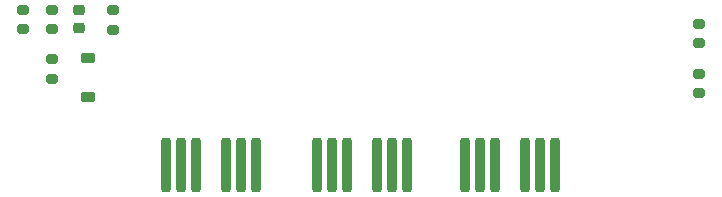
<source format=gbr>
%TF.GenerationSoftware,KiCad,Pcbnew,8.0.5*%
%TF.CreationDate,2025-05-09T00:08:28-04:00*%
%TF.ProjectId,precharge-electrium-f24,70726563-6861-4726-9765-2d656c656374,rev?*%
%TF.SameCoordinates,Original*%
%TF.FileFunction,Paste,Top*%
%TF.FilePolarity,Positive*%
%FSLAX46Y46*%
G04 Gerber Fmt 4.6, Leading zero omitted, Abs format (unit mm)*
G04 Created by KiCad (PCBNEW 8.0.5) date 2025-05-09 00:08:28*
%MOMM*%
%LPD*%
G01*
G04 APERTURE LIST*
G04 Aperture macros list*
%AMRoundRect*
0 Rectangle with rounded corners*
0 $1 Rounding radius*
0 $2 $3 $4 $5 $6 $7 $8 $9 X,Y pos of 4 corners*
0 Add a 4 corners polygon primitive as box body*
4,1,4,$2,$3,$4,$5,$6,$7,$8,$9,$2,$3,0*
0 Add four circle primitives for the rounded corners*
1,1,$1+$1,$2,$3*
1,1,$1+$1,$4,$5*
1,1,$1+$1,$6,$7*
1,1,$1+$1,$8,$9*
0 Add four rect primitives between the rounded corners*
20,1,$1+$1,$2,$3,$4,$5,0*
20,1,$1+$1,$4,$5,$6,$7,0*
20,1,$1+$1,$6,$7,$8,$9,0*
20,1,$1+$1,$8,$9,$2,$3,0*%
G04 Aperture macros list end*
%ADD10RoundRect,0.200000X-0.275000X0.200000X-0.275000X-0.200000X0.275000X-0.200000X0.275000X0.200000X0*%
%ADD11RoundRect,0.200000X0.200000X-2.100000X0.200000X2.100000X-0.200000X2.100000X-0.200000X-2.100000X0*%
%ADD12RoundRect,0.225000X-0.375000X0.225000X-0.375000X-0.225000X0.375000X-0.225000X0.375000X0.225000X0*%
%ADD13RoundRect,0.225000X-0.250000X0.225000X-0.250000X-0.225000X0.250000X-0.225000X0.250000X0.225000X0*%
G04 APERTURE END LIST*
D10*
%TO.C,R3*%
X121250000Y-124975000D03*
X121250000Y-126625000D03*
%TD*%
D11*
%TO.C,Q1*%
X133415000Y-138150000D03*
X134685000Y-138150000D03*
X135955000Y-138150000D03*
X138495000Y-138150000D03*
X139765000Y-138150000D03*
X141035000Y-138150000D03*
%TD*%
D12*
%TO.C,D1*%
X126750000Y-129100000D03*
X126750000Y-132400000D03*
%TD*%
D11*
%TO.C,Q2*%
X146190000Y-138150000D03*
X147460000Y-138150000D03*
X148730000Y-138150000D03*
X151270000Y-138150000D03*
X152540000Y-138150000D03*
X153810000Y-138150000D03*
%TD*%
D10*
%TO.C,R1*%
X123750000Y-125000000D03*
X123750000Y-126650000D03*
%TD*%
%TO.C,R4*%
X178500000Y-130425000D03*
X178500000Y-132075000D03*
%TD*%
%TO.C,R5*%
X128900000Y-125025000D03*
X128900000Y-126675000D03*
%TD*%
D13*
%TO.C,C1*%
X126000000Y-124975000D03*
X126000000Y-126525000D03*
%TD*%
D10*
%TO.C,R2*%
X123750000Y-129175000D03*
X123750000Y-130825000D03*
%TD*%
%TO.C,R6*%
X178500000Y-126175000D03*
X178500000Y-127825000D03*
%TD*%
D11*
%TO.C,Q3*%
X158690000Y-138150000D03*
X159960000Y-138150000D03*
X161230000Y-138150000D03*
X163770000Y-138150000D03*
X165040000Y-138150000D03*
X166310000Y-138150000D03*
%TD*%
M02*

</source>
